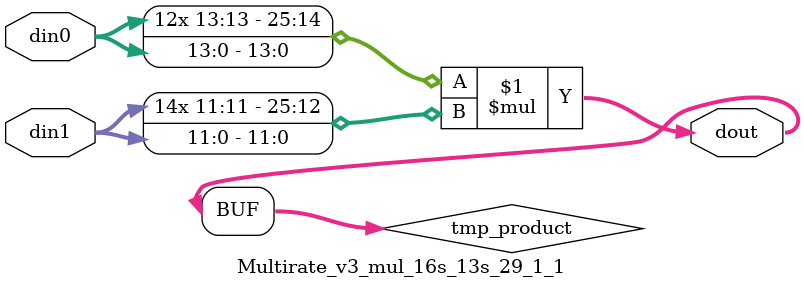
<source format=v>

`timescale 1 ns / 1 ps

 module Multirate_v3_mul_16s_13s_29_1_1(din0, din1, dout);
parameter ID = 1;
parameter NUM_STAGE = 0;
parameter din0_WIDTH = 14;
parameter din1_WIDTH = 12;
parameter dout_WIDTH = 26;

input [din0_WIDTH - 1 : 0] din0; 
input [din1_WIDTH - 1 : 0] din1; 
output [dout_WIDTH - 1 : 0] dout;

wire signed [dout_WIDTH - 1 : 0] tmp_product;



























assign tmp_product = $signed(din0) * $signed(din1);








assign dout = tmp_product;





















endmodule

</source>
